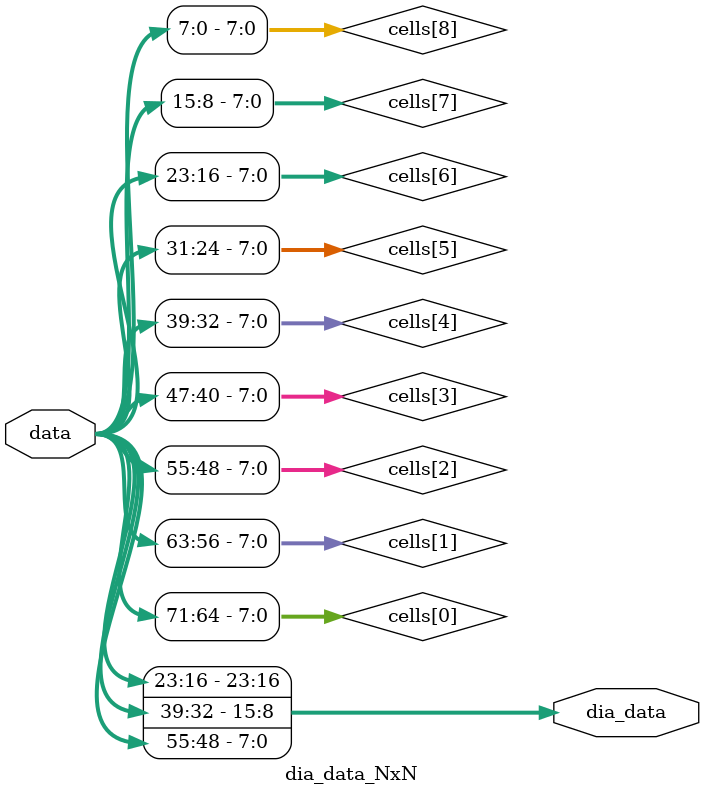
<source format=v>







module dia_data_NxN #(
    parameter SIZE = 3,
    parameter DATA_WIDTH = 8
    )(

    input [SIZE*SIZE*DATA_WIDTH-1:0] data,
    output [SIZE*DATA_WIDTH-1:0] dia_data
    );


    // Separate input data into lines
    wire [DATA_WIDTH-1:0] cells [0:SIZE-1][0:SIZE-1];

    // Extract lines from data
    // Put sorted lines to sorted data
    genvar i;
    genvar j;
    generate
    for(i=0; i<SIZE; i=i+1) begin
        for(j=0; j<SIZE; j=j+1) begin
            assign cells[i][j] = data[SIZE*(SIZE-i)*DATA_WIDTH- (j*DATA_WIDTH) - 1 -: DATA_WIDTH];
        end
        assign dia_data[(SIZE-i)*DATA_WIDTH - 1 -: DATA_WIDTH] = cells[SIZE-i-1][i];
    end
    endgenerate



endmodule

</source>
